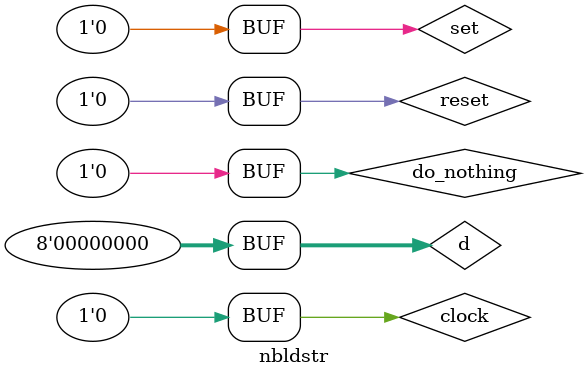
<source format=v>
`timescale 1ns / 1ps


module nbldstr;

	// Inputs
	reg clock;
	reg [7:0] d;
	reg set;
	reg reset;
	reg do_nothing;

	// Outputs
	wire [7:0] q;

	// Instantiate the Unit Under Test (UUT)
	n_bit_load_store_register uut (
		.clock(clock), 
		.d(d), 
		.set(set), 
		.reset(reset), 
		.do_nothing(do_nothing), 
		.q(q)
	);

	initial begin
		// Initialize Inputs
		clock = 0;
		d = 0;
		set = 0;
		reset = 0;
		do_nothing = 0;

		// Wait 100 ns for global reset to finish
		#100;
        
		// Add stimulus here

	end
      
endmodule


</source>
